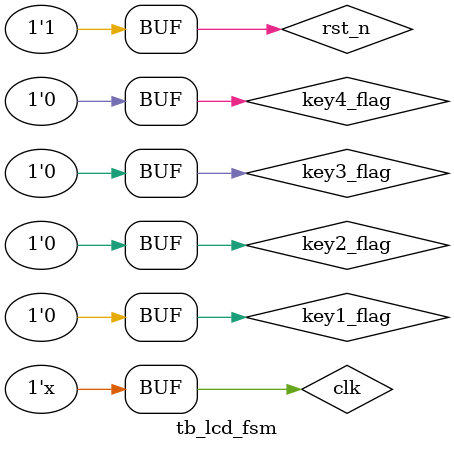
<source format=v>
`timescale 1ns/1ns

module tb_lcd_fsm;

reg clk;
reg rst_n;
reg key1_flag;
reg key2_flag;
reg key3_flag;
reg key4_flag;

wire [1:0] music ;
wire [1:0] speed ;
wire       mode  ;
wire [2:0] volume;

initial begin
    clk<= 1'b0;
    rst_n <= 1'b0;
    #20
    key1_flag <= 1'b0;
    key2_flag <= 1'b0;
    key3_flag <= 1'b0;
    key4_flag <= 1'b0;
    rst_n <= 1'b1;
    #200
    key2_flag <= 1'b1;
    #20
    key2_flag <= 1'b0;
    #20
    key3_flag <= 1'b1;
    #20
    key3_flag <= 1'b0;  
    #20 
    key2_flag <= 1'b1;
    #20
    key2_flag <= 1'b0;
    #20 
    key1_flag <= 1'b1;
    #20
    key1_flag <= 1'b0;
    #20 
    key1_flag <= 1'b1;
    #20
    key1_flag <= 1'b0;
    #20
    key3_flag <= 1'b1;
    #20
    key3_flag <= 1'b0; 
    #20 
    key2_flag <= 1'b1;
    #20
    key2_flag <= 1'b0; 
    #20
    key3_flag <= 1'b1;
    #20
    key3_flag <= 1'b0;   
    #20 
    key2_flag <= 1'b1;
    #20
    key2_flag <= 1'b0;
    #20
    key3_flag <= 1'b1;
    #20
    key3_flag <= 1'b0; 
    #20 
    key2_flag <= 1'b1;
    #20
    key2_flag <= 1'b0;
    #20
    key3_flag <= 1'b1;
    #20
    key3_flag <= 1'b0; 
    #20 
    key2_flag <= 1'b1;
    #20
    key2_flag <= 1'b0;
    #20
    key3_flag <= 1'b1;
    #20
    key3_flag <= 1'b0; 
    #20 
    key2_flag <= 1'b1;
    #20
    key2_flag <= 1'b0;
    #20
    key3_flag <= 1'b1;
    #20
    key3_flag <= 1'b0; 
    #20
    key3_flag <= 1'b1;
    #20
    key3_flag <= 1'b0; 
    #20 
    key2_flag <= 1'b1;
    #20
    key2_flag <= 1'b0;    
end

always #10 clk <= ~clk;

lcd_fsm lcd_fsm_inst(
.clk          (clk)     ,
.rst_n        (rst_n)     ,
.key1_flag    (key1_flag )     ,
.key2_flag    (key2_flag)     ,
.key3_flag    (key3_flag)     ,
.key4_flag    (key4_flag)     ,

.music        (music)     ,
.speed        (speed )     ,
.mode         (mode )     ,
.volume       (volume)
);





endmodule

</source>
